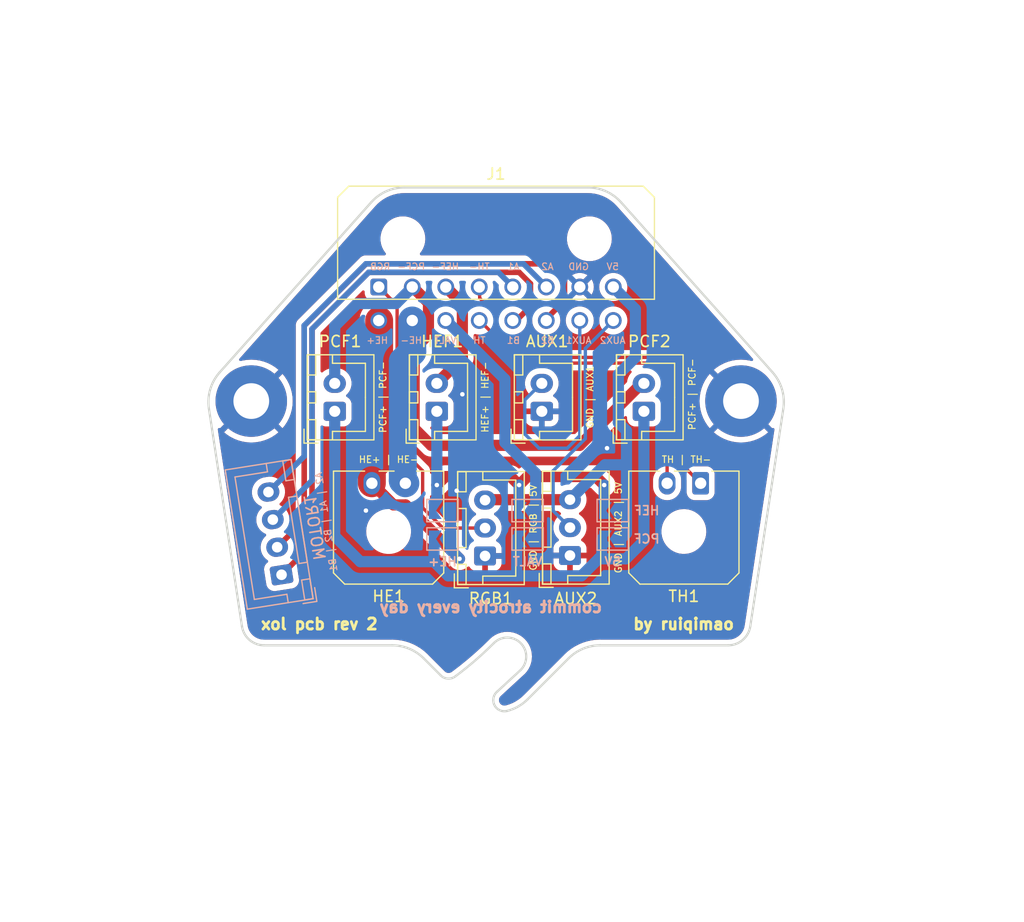
<source format=kicad_pcb>
(kicad_pcb (version 20211014) (generator pcbnew)
  (layers (0 "F.Cu" signal) (31 "B.Cu" signal) (34 "B.Paste" user) (35 "F.Paste" user) (36 "B.SilkS" user "B.Silkscreen") (37 "F.SilkS" user "F.Silkscreen") (38 "B.Mask" user) (39 "F.Mask" user) (44 "Edge.Cuts" user))
  (net 0 "")
  (net 1 "AUX1")
  (net 2 "A1")
  (net 3 "AUX2")
  (net 4 "A2")
  (net 5 "B1")
  (net 6 "RGB")
  (net 7 "B2")
  (net 8 "TH")
  (net 9 "HE+")
  (net 10 "HEF+")
  (net 11 "HE-")
  (net 12 "HEF-")
  (net 13 "5V")
  (net 14 "PCF+")
  (net 15 "PCF-")
  (net 16 "GND")
  (net 17 "TH-")
  (net 18 "VALT")
  (footprint "Connector_Molex:Molex_Micro-Fit_3.0_43650-0200_1x02_P3.00mm_Horizontal" (layer "F.Cu") (at 49.506 56.736 180)
    (fp_text reference "HE1" (at 1.5 -10.12) (layer "F.SilkS"))
    (fp_text value "HOTEND")
    (fp_line (start 5.435 -9.03) (end 6.435 -8.03) (layer "F.SilkS") (width 0.12))
    (fp_line (start 6.435 1.09) (end 3.651767 1.09) (layer "F.SilkS") (width 0.12))
    (fp_line (start -2.435 -9.03) (end 5.435 -9.03) (layer "F.SilkS") (width 0.12))
    (fp_line (start -3.435 -8.03) (end -2.435 -9.03) (layer "F.SilkS") (width 0.12))
    (fp_line (start -3.435 1.09) (end -1.01 1.09) (layer "F.SilkS") (width 0.12))
    (fp_line (start 6.435 -8.03) (end 6.435 1.09) (layer "F.SilkS") (width 0.12))
    (fp_line (start -3.435 1.09) (end -3.435 -8.03) (layer "F.SilkS") (width 0.12))
    (fp_line (start 1.01 1.09) (end 2.348233 1.09) (layer "F.SilkS") (width 0.12))
    (pad "" np_thru_hole circle (at 1.5 -4.32 180) (size 3 3) (drill 3) (layers *.Cu *.Mask))
    (pad "1" thru_hole roundrect (at 0 0 180) (size 1.5 2.02) (drill 1.02) (layers *.Cu *.Mask) (roundrect_rratio 0.1666673333) (net 11 "HE-"))
    (pad "2" thru_hole oval (at 3 0 180) (size 1.5 2.02) (drill 1.02) (layers *.Cu *.Mask) (net 9 "HE+"))
  )
  (footprint "Connector_JST:JST_XH_B2B-XH-A_1x02_P2.50mm_Vertical" (layer "F.Cu") (at 52.324 50.292 90)
    (fp_text reference "HEF1" (at 6.256 0.484 180) (layer "F.SilkS"))
    (fp_text value "HOTEND_FAN")
    (fp_line (start 4.3 -0.2) (end 4.3 2.75) (layer "F.SilkS") (width 0.12))
    (fp_line (start 5.05 -1.7) (end 5.05 -2.45) (layer "F.SilkS") (width 0.12))
    (fp_line (start 1.75 -2.45) (end 0.75 -2.45) (layer "F.SilkS") (width 0.12))
    (fp_line (start 5.06 3.51) (end 5.06 -2.46) (layer "F.SilkS") (width 0.12))
    (fp_line (start -2.56 -2.46) (end -2.56 3.51) (layer "F.SilkS") (width 0.12))
    (fp_line (start 3.25 -1.7) (end 5.05 -1.7) (layer "F.SilkS") (width 0.12))
    (fp_line (start -2.55 -2.45) (end -2.55 -1.7) (layer "F.SilkS") (width 0.12))
    (fp_line (start -1.6 -2.75) (end -2.85 -2.75) (layer "F.SilkS") (width 0.12))
    (fp_line (start 3.25 -2.45) (end 3.25 -1.7) (layer "F.SilkS") (width 0.12))
    (fp_line (start -1.8 2.75) (end 1.25 2.75) (layer "F.SilkS") (width 0.12))
    (fp_line (start 4.3 2.75) (end 1.25 2.75) (layer "F.SilkS") (width 0.12))
    (fp_line (start -0.75 -2.45) (end -2.55 -2.45) (layer "F.SilkS") (width 0.12))
    (fp_line (start 5.05 -0.2) (end 4.3 -0.2) (layer "F.SilkS") (width 0.12))
    (fp_line (start -2.55 -1.7) (end -0.75 -1.7) (layer "F.SilkS") (width 0.12))
    (fp_line (start -0.75 -1.7) (end -0.75 -2.45) (layer "F.SilkS") (width 0.12))
    (fp_line (start -2.85 -2.75) (end -2.85 -1.5) (layer "F.SilkS") (width 0.12))
    (fp_line (start -1.8 -0.2) (end -1.8 2.75) (layer "F.SilkS") (width 0.12))
    (fp_line (start -2.56 3.51) (end 5.06 3.51) (layer "F.SilkS") (width 0.12))
    (fp_line (start 5.06 -2.46) (end -2.56 -2.46) (layer "F.SilkS") (width 0.12))
    (fp_line (start 1.75 -1.7) (end 1.75 -2.45) (layer "F.SilkS") (width 0.12))
    (fp_line (start 0.75 -1.7) (end 1.75 -1.7) (layer "F.SilkS") (width 0.12))
    (fp_line (start -2.55 -0.2) (end -1.8 -0.2) (layer "F.SilkS") (width 0.12))
    (fp_line (start 5.05 -2.45) (end 3.25 -2.45) (layer "F.SilkS") (width 0.12))
    (fp_line (start 0.75 -2.45) (end 0.75 -1.7) (layer "F.SilkS") (width 0.12))
    (pad "1" thru_hole roundrect locked (at 0 0 90) (size 1.7 2) (drill 1) (layers *.Cu *.Mask) (roundrect_rratio 0.1470588235) (net 10 "HEF+"))
    (pad "2" thru_hole oval (at 2.5 0 90) (size 1.7 2) (drill 1) (layers *.Cu *.Mask) (net 12 "HEF-"))
  )
  (footprint "Connector_JST:JST_XH_B2B-XH-A_1x02_P2.50mm_Vertical" (layer "F.Cu") (at 43.18 50.292 90)
    (fp_text reference "PCF1" (at 6.256 0.484 180) (layer "F.SilkS"))
    (fp_text value "PART_FAN_1")
    (fp_line (start 5.06 -2.46) (end -2.56 -2.46) (layer "F.SilkS") (width 0.12))
    (fp_line (start -1.6 -2.75) (end -2.85 -2.75) (layer "F.SilkS") (width 0.12))
    (fp_line (start -1.8 -0.2) (end -1.8 2.75) (layer "F.SilkS") (width 0.12))
    (fp_line (start -0.75 -2.45) (end -2.55 -2.45) (layer "F.SilkS") (width 0.12))
    (fp_line (start 1.75 -2.45) (end 0.75 -2.45) (layer "F.SilkS") (width 0.12))
    (fp_line (start 5.05 -0.2) (end 4.3 -0.2) (layer "F.SilkS") (width 0.12))
    (fp_line (start 3.25 -2.45) (end 3.25 -1.7) (layer "F.SilkS") (width 0.12))
    (fp_line (start 4.3 2.75) (end 1.25 2.75) (layer "F.SilkS") (width 0.12))
    (fp_line (start 0.75 -1.7) (end 1.75 -1.7) (layer "F.SilkS") (width 0.12))
    (fp_line (start -2.85 -2.75) (end -2.85 -1.5) (layer "F.SilkS") (width 0.12))
    (fp_line (start -2.55 -0.2) (end -1.8 -0.2) (layer "F.SilkS") (width 0.12))
    (fp_line (start 5.05 -2.45) (end 3.25 -2.45) (layer "F.SilkS") (width 0.12))
    (fp_line (start 4.3 -0.2) (end 4.3 2.75) (layer "F.SilkS") (width 0.12))
    (fp_line (start 1.75 -1.7) (end 1.75 -2.45) (layer "F.SilkS") (width 0.12))
    (fp_line (start -2.56 -2.46) (end -2.56 3.51) (layer "F.SilkS") (width 0.12))
    (fp_line (start -1.8 2.75) (end 1.25 2.75) (layer "F.SilkS") (width 0.12))
    (fp_line (start -2.55 -1.7) (end -0.75 -1.7) (layer "F.SilkS") (width 0.12))
    (fp_line (start -2.55 -2.45) (end -2.55 -1.7) (layer "F.SilkS") (width 0.12))
    (fp_line (start -0.75 -1.7) (end -0.75 -2.45) (layer "F.SilkS") (width 0.12))
    (fp_line (start -2.56 3.51) (end 5.06 3.51) (layer "F.SilkS") (width 0.12))
    (fp_line (start 3.25 -1.7) (end 5.05 -1.7) (layer "F.SilkS") (width 0.12))
    (fp_line (start 5.05 -1.7) (end 5.05 -2.45) (layer "F.SilkS") (width 0.12))
    (fp_line (start 0.75 -2.45) (end 0.75 -1.7) (layer "F.SilkS") (width 0.12))
    (fp_line (start 5.06 3.51) (end 5.06 -2.46) (layer "F.SilkS") (width 0.12))
    (pad "1" thru_hole roundrect (at 0 0 90) (size 1.7 2) (drill 1) (layers *.Cu *.Mask) (roundrect_rratio 0.1470588235) (net 14 "PCF+"))
    (pad "2" thru_hole oval (at 2.5 0 90) (size 1.7 2) (drill 1) (layers *.Cu *.Mask) (net 15 "PCF-"))
  )
  (footprint "Connector_Molex:Molex_Micro-Fit_3.0_43045-1600_2x08_P3.00mm_Horizontal" (layer "F.Cu") (at 47.124 39.161)
    (fp_text reference "J1" (at 10.5 -10.12) (layer "F.SilkS"))
    (fp_text value "BIG_CONNECTOR")
    (fp_line (start -3.685 -8.03) (end -2.685 -9.03) (layer "F.SilkS") (width 0.12))
    (fp_line (start -3.685 1.1) (end -3.685 -8.03) (layer "F.SilkS") (width 0.12))
    (fp_line (start -2.685 -9.03) (end 23.685 -9.03) (layer "F.SilkS") (width 0.12))
    (fp_line (start 24.685 1.1) (end -3.685 1.1) (layer "F.SilkS") (width 0.12))
    (fp_line (start 23.685 -9.03) (end 24.685 -8.03) (layer "F.SilkS") (width 0.12))
    (fp_line (start 24.685 -8.03) (end 24.685 1.1) (layer "F.SilkS") (width 0.12))
    (pad "" np_thru_hole circle locked (at 18.86 -4.32) (size 3 3) (drill 3) (layers *.Cu *.Mask))
    (pad "" np_thru_hole circle locked (at 2.16 -4.32) (size 3 3) (drill 3) (layers *.Cu *.Mask))
    (pad "1" thru_hole roundrect locked (at 0 0) (size 1.5 1.5) (drill 1.02) (layers *.Cu *.Mask) (roundrect_rratio 0.1666673333) (net 6 "RGB"))
    (pad "2" thru_hole circle locked (at 3 0) (size 1.5 1.5) (drill 1.02) (layers *.Cu *.Mask) (net 15 "PCF-"))
    (pad "3" thru_hole circle locked (at 6 0) (size 1.5 1.5) (drill 1.02) (layers *.Cu *.Mask) (net 12 "HEF-"))
    (pad "4" thru_hole circle locked (at 9 0) (size 1.5 1.5) (drill 1.02) (layers *.Cu *.Mask) (net 17 "TH-"))
    (pad "5" thru_hole circle locked (at 12 0) (size 1.5 1.5) (drill 1.02) (layers *.Cu *.Mask) (net 2 "A1"))
    (pad "6" thru_hole circle locked (at 15 0) (size 1.5 1.5) (drill 1.02) (layers *.Cu *.Mask) (net 4 "A2"))
    (pad "7" thru_hole circle locked (at 18 0) (size 1.5 1.5) (drill 1.02) (layers *.Cu *.Mask) (net 16 "GND"))
    (pad "8" thru_hole circle locked (at 21 0) (size 1.5 1.5) (drill 1.02) (layers *.Cu *.Mask) (net 13 "5V"))
    (pad "9" thru_hole circle locked (at 0 3) (size 1.5 1.5) (drill 1.02) (layers *.Cu *.Mask) (net 9 "HE+"))
    (pad "10" thru_hole circle locked (at 3 3) (size 1.5 1.5) (drill 1.02) (layers *.Cu *.Mask) (net 11 "HE-"))
    (pad "11" thru_hole circle locked (at 6 3) (size 1.5 1.5) (drill 1.02) (layers *.Cu *.Mask) (net 18 "VALT"))
    (pad "12" thru_hole circle locked (at 9 3) (size 1.5 1.5) (drill 1.02) (layers *.Cu *.Mask) (net 8 "TH"))
    (pad "13" thru_hole circle locked (at 12 3) (size 1.5 1.5) (drill 1.02) (layers *.Cu *.Mask) (net 5 "B1"))
    (pad "14" thru_hole circle locked (at 15 3) (size 1.5 1.5) (drill 1.02) (layers *.Cu *.Mask) (net 7 "B2"))
    (pad "15" thru_hole circle locked (at 18 3) (size 1.5 1.5) (drill 1.02) (layers *.Cu *.Mask) (net 1 "AUX1"))
    (pad "16" thru_hole circle locked (at 21 3) (size 1.5 1.5) (drill 1.02) (layers *.Cu *.Mask) (net 3 "AUX2"))
  )
  (footprint "Connector_Molex:Molex_Micro-Fit_3.0_43650-0200_1x02_P3.00mm_Horizontal" (layer "F.Cu") (at 75.946 56.736 180)
    (fp_text reference "TH1" (at 1.5 -10.12) (layer "F.SilkS"))
    (fp_text value "THERMISTOR")
    (fp_line (start -3.435 1.09) (end -3.435 -8.03) (layer "F.SilkS") (width 0.12))
    (fp_line (start 5.435 -9.03) (end 6.435 -8.03) (layer "F.SilkS") (width 0.12))
    (fp_line (start -2.435 -9.03) (end 5.435 -9.03) (layer "F.SilkS") (width 0.12))
    (fp_line (start -3.435 -8.03) (end -2.435 -9.03) (layer "F.SilkS") (width 0.12))
    (fp_line (start 6.435 -8.03) (end 6.435 1.09) (layer "F.SilkS") (width 0.12))
    (fp_line (start -3.435 1.09) (end -1.01 1.09) (layer "F.SilkS") (width 0.12))
    (fp_line (start 1.01 1.09) (end 2.348233 1.09) (layer "F.SilkS") (width 0.12))
    (fp_line (start 6.435 1.09) (end 3.651767 1.09) (layer "F.SilkS") (width 0.12))
    (pad "" np_thru_hole circle (at 1.5 -4.32 180) (size 3 3) (drill 3) (layers *.Cu *.Mask))
    (pad "1" thru_hole roundrect (at 0 0 180) (size 1.5 2.02) (drill 1.02) (layers *.Cu *.Mask) (roundrect_rratio 0.1666673333) (net 17 "TH-"))
    (pad "2" thru_hole oval (at 3 0 180) (size 1.5 2.02) (drill 1.02) (layers *.Cu *.Mask) (net 8 "TH"))
  )
  (footprint "MountingHole:MountingHole_3.2mm_M3_Pad" (layer "F.Cu") (at 79.559001 49.376179)
    (fp_text reference "H1" hide)
    (fp_text value "MountingHole_Pad")
    (pad "1" thru_hole circle (at 0 0) (size 6.4 6.4) (drill 3.2) (layers *.Cu *.Mask) (net 16 "GND"))
  )
  (footprint "MountingHole:MountingHole_3.2mm_M3_Pad" (layer "F.Cu") (at 35.709001 49.376179)
    (fp_text reference "H2" hide)
    (fp_text value "MountingHole_Pad")
    (pad "1" thru_hole circle (at 0 0) (size 6.4 6.4) (drill 3.2) (layers *.Cu *.Mask) (net 16 "GND"))
  )
  (footprint "Connector_JST:JST_XH_B3B-XH-A_1x03_P2.50mm_Vertical" (layer "F.Cu") (at 64.245 63.206 90)
    (fp_text reference "AUX2" (at -3.85 0.525 180) (layer "F.SilkS"))
    (fp_text value "AUX_2")
    (fp_line (start 4.25 -1.7) (end 4.25 -2.45) (layer "F.SilkS") (width 0.12))
    (fp_line (start -0.75 -1.7) (end -0.75 -2.45) (layer "F.SilkS") (width 0.12))
    (fp_line (start 5.75 -1.7) (end 7.55 -1.7) (layer "F.SilkS") (width 0.12))
    (fp_line (start -2.55 -1.7) (end -0.75 -1.7) (layer "F.SilkS") (width 0.12))
    (fp_line (start 0.75 -2.45) (end 0.75 -1.7) (layer "F.SilkS") (width 0.12))
    (fp_line (start 6.8 2.75) (end 2.5 2.75) (layer "F.SilkS") (width 0.12))
    (fp_line (start -2.85 -2.75) (end -2.85 -1.5) (layer "F.SilkS") (width 0.12))
    (fp_line (start 0.75 -1.7) (end 4.25 -1.7) (layer "F.SilkS") (width 0.12))
    (fp_line (start 6.8 -0.2) (end 6.8 2.75) (layer "F.SilkS") (width 0.12))
    (fp_line (start -2.55 -0.2) (end -1.8 -0.2) (layer "F.SilkS") (width 0.12))
    (fp_line (start -2.56 -2.46) (end -2.56 3.51) (layer "F.SilkS") (width 0.12))
    (fp_line (start 5.75 -2.45) (end 5.75 -1.7) (layer "F.SilkS") (width 0.12))
    (fp_line (start -2.56 3.51) (end 7.56 3.51) (layer "F.SilkS") (width 0.12))
    (fp_line (start -2.55 -2.45) (end -2.55 -1.7) (layer "F.SilkS") (width 0.12))
    (fp_line (start 7.55 -2.45) (end 5.75 -2.45) (layer "F.SilkS") (width 0.12))
    (fp_line (start -1.8 -0.2) (end -1.8 2.75) (layer "F.SilkS") (width 0.12))
    (fp_line (start 7.56 -2.46) (end -2.56 -2.46) (layer "F.SilkS") (width 0.12))
    (fp_line (start 7.56 3.51) (end 7.56 -2.46) (layer "F.SilkS") (width 0.12))
    (fp_line (start 4.25 -2.45) (end 0.75 -2.45) (layer "F.SilkS") (width 0.12))
    (fp_line (start 7.55 -1.7) (end 7.55 -2.45) (layer "F.SilkS") (width 0.12))
    (fp_line (start 7.55 -0.2) (end 6.8 -0.2) (layer "F.SilkS") (width 0.12))
    (fp_line (start -1.8 2.75) (end 2.5 2.75) (layer "F.SilkS") (width 0.12))
    (fp_line (start -0.75 -2.45) (end -2.55 -2.45) (layer "F.SilkS") (width 0.12))
    (fp_line (start -1.6 -2.75) (end -2.85 -2.75) (layer "F.SilkS") (width 0.12))
    (pad "1" thru_hole roundrect locked (at 0 0 90) (size 1.7 1.95) (drill 0.95) (layers *.Cu *.Mask) (roundrect_rratio 0.1470588235) (net 16 "GND"))
    (pad "2" thru_hole oval locked (at 2.5 0 90) (size 1.7 1.95) (drill 0.95) (layers *.Cu *.Mask) (net 3 "AUX2"))
    (pad "3" thru_hole oval locked (at 5 0 90) (size 1.7 1.95) (drill 0.95) (layers *.Cu *.Mask) (net 13 "5V"))
  )
  (footprint "Connector_JST:JST_XH_B3B-XH-A_1x03_P2.50mm_Vertical" (layer "F.Cu") (at 56.642 63.246 90)
    (fp_text reference "RGB1" (at -3.81 0.525) (layer "F.SilkS"))
    (fp_text value "NEOPIXEL")
    (fp_line (start 4.25 -1.7) (end 4.25 -2.45) (layer "F.SilkS") (width 0.12))
    (fp_line (start 7.56 -2.46) (end -2.56 -2.46) (layer "F.SilkS") (width 0.12))
    (fp_line (start -2.85 -2.75) (end -2.85 -1.5) (layer "F.SilkS") (width 0.12))
    (fp_line (start -1.8 2.75) (end 2.5 2.75) (layer "F.SilkS") (width 0.12))
    (fp_line (start 7.56 3.51) (end 7.56 -2.46) (layer "F.SilkS") (width 0.12))
    (fp_line (start 0.75 -1.7) (end 4.25 -1.7) (layer "F.SilkS") (width 0.12))
    (fp_line (start -2.56 3.51) (end 7.56 3.51) (layer "F.SilkS") (width 0.12))
    (fp_line (start 5.75 -2.45) (end 5.75 -1.7) (layer "F.SilkS") (width 0.12))
    (fp_line (start 7.55 -1.7) (end 7.55 -2.45) (layer "F.SilkS") (width 0.12))
    (fp_line (start 0.75 -2.45) (end 0.75 -1.7) (layer "F.SilkS") (width 0.12))
    (fp_line (start -2.55 -0.2) (end -1.8 -0.2) (layer "F.SilkS") (width 0.12))
    (fp_line (start -0.75 -1.7) (end -0.75 -2.45) (layer "F.SilkS") (width 0.12))
    (fp_line (start 5.75 -1.7) (end 7.55 -1.7) (layer "F.SilkS") (width 0.12))
    (fp_line (start 7.55 -2.45) (end 5.75 -2.45) (layer "F.SilkS") (width 0.12))
    (fp_line (start 6.8 -0.2) (end 6.8 2.75) (layer "F.SilkS") (width 0.12))
    (fp_line (start -2.56 -2.46) (end -2.56 3.51) (layer "F.SilkS") (width 0.12))
    (fp_line (start -1.6 -2.75) (end -2.85 -2.75) (layer "F.SilkS") (width 0.12))
    (fp_line (start 6.8 2.75) (end 2.5 2.75) (layer "F.SilkS") (width 0.12))
    (fp_line (start 4.25 -2.45) (end 0.75 -2.45) (layer "F.SilkS") (width 0.12))
    (fp_line (start 7.55 -0.2) (end 6.8 -0.2) (layer "F.SilkS") (width 0.12))
    (fp_line (start -0.75 -2.45) (end -2.55 -2.45) (layer "F.SilkS") (width 0.12))
    (fp_line (start -2.55 -1.7) (end -0.75 -1.7) (layer "F.SilkS") (width 0.12))
    (fp_line (start -1.8 -0.2) (end -1.8 2.75) (layer "F.SilkS") (width 0.12))
    (fp_line (start -2.55 -2.45) (end -2.55 -1.7) (layer "F.SilkS") (width 0.12))
    (pad "1" thru_hole roundrect (at 0 0 90) (size 1.7 1.95) (drill 0.95) (layers *.Cu *.Mask) (roundrect_rratio 0.1470588235) (net 16 "GND"))
    (pad "2" thru_hole oval (at 2.5 0 90) (size 1.7 1.95) (drill 0.95) (layers *.Cu *.Mask) (net 6 "RGB"))
    (pad "3" thru_hole oval (at 5 0 90) (size 1.7 1.95) (drill 0.95) (layers *.Cu *.Mask) (net 13 "5V"))
  )
  (footprint "Connector_JST:JST_XH_B2B-XH-A_1x02_P2.50mm_Vertical" (layer "F.Cu") (at 70.866 50.292 90)
    (fp_text reference "PCF2" (at 6.256 0.484 180) (layer "F.SilkS"))
    (fp_text value "PART_FAN_2")
    (fp_line (start 1.75 -1.7) (end 1.75 -2.45) (layer "F.SilkS") (width 0.12))
    (fp_line (start -0.75 -2.45) (end -2.55 -2.45) (layer "F.SilkS") (width 0.12))
    (fp_line (start 4.3 2.75) (end 1.25 2.75) (layer "F.SilkS") (width 0.12))
    (fp_line (start 5.06 3.51) (end 5.06 -2.46) (layer "F.SilkS") (width 0.12))
    (fp_line (start -2.55 -0.2) (end -1.8 -0.2) (layer "F.SilkS") (width 0.12))
    (fp_line (start -2.85 -2.75) (end -2.85 -1.5) (layer "F.SilkS") (width 0.12))
    (fp_line (start -1.8 -0.2) (end -1.8 2.75) (layer "F.SilkS") (width 0.12))
    (fp_line (start -2.56 -2.46) (end -2.56 3.51) (layer "F.SilkS") (width 0.12))
    (fp_line (start 0.75 -2.45) (end 0.75 -1.7) (layer "F.SilkS") (width 0.12))
    (fp_line (start 5.06 -2.46) (end -2.56 -2.46) (layer "F.SilkS") (width 0.12))
    (fp_line (start 4.3 -0.2) (end 4.3 2.75) (layer "F.SilkS") (width 0.12))
    (fp_line (start 3.25 -2.45) (end 3.25 -1.7) (layer "F.SilkS") (width 0.12))
    (fp_line (start 5.05 -0.2) (end 4.3 -0.2) (layer "F.SilkS") (width 0.12))
    (fp_line (start -2.56 3.51) (end 5.06 3.51) (layer "F.SilkS") (width 0.12))
    (fp_line (start -1.6 -2.75) (end -2.85 -2.75) (layer "F.SilkS") (width 0.12))
    (fp_line (start -2.55 -2.45) (end -2.55 -1.7) (layer "F.SilkS") (width 0.12))
    (fp_line (start 5.05 -2.45) (end 3.25 -2.45) (layer "F.SilkS") (width 0.12))
    (fp_line (start -1.8 2.75) (end 1.25 2.75) (layer "F.SilkS") (width 0.12))
    (fp_line (start -2.55 -1.7) (end -0.75 -1.7) (layer "F.SilkS") (width 0.12))
    (fp_line (start 5.05 -1.7) (end 5.05 -2.45) (layer "F.SilkS") (width 0.12))
    (fp_line (start 0.75 -1.7) (end 1.75 -1.7) (layer "F.SilkS") (width 0.12))
    (fp_line (start 1.75 -2.45) (end 0.75 -2.45) (layer "F.SilkS") (width 0.12))
    (fp_line (start -0.75 -1.7) (end -0.75 -2.45) (layer "F.SilkS") (width 0.12))
    (fp_line (start 3.25 -1.7) (end 5.05 -1.7) (layer "F.SilkS") (width 0.12))
    (pad "1" thru_hole roundrect (at 0 0 90) (size 1.7 2) (drill 1) (layers *.Cu *.Mask) (roundrect_rratio 0.1470588235) (net 14 "PCF+"))
    (pad "2" thru_hole oval (at 2.5 0 90) (size 1.7 2) (drill 1) (layers *.Cu *.Mask) (net 15 "PCF-"))
  )
  (footprint "Connector_JST:JST_XH_B2B-XH-A_1x02_P2.50mm_Vertical" (layer "F.Cu") (at 61.722 50.292 90)
    (fp_text reference "AUX1" (at 6.256 0.484 180) (layer "F.SilkS"))
    (fp_text value "AUX_1")
    (fp_line (start -2.55 -1.7) (end -0.75 -1.7) (layer "F.SilkS") (width 0.12))
    (fp_line (start -1.8 2.75) (end 1.25 2.75) (layer "F.SilkS") (width 0.12))
    (fp_line (start -2.85 -2.75) (end -2.85 -1.5) (layer "F.SilkS") (width 0.12))
    (fp_line (start 1.75 -1.7) (end 1.75 -2.45) (layer "F.SilkS") (width 0.12))
    (fp_line (start -0.75 -2.45) (end -2.55 -2.45) (layer "F.SilkS") (width 0.12))
    (fp_line (start 4.3 2.75) (end 1.25 2.75) (layer "F.SilkS") (width 0.12))
    (fp_line (start 5.05 -1.7) (end 5.05 -2.45) (layer "F.SilkS") (width 0.12))
    (fp_line (start 5.06 3.51) (end 5.06 -2.46) (layer "F.SilkS") (width 0.12))
    (fp_line (start 5.05 -2.45) (end 3.25 -2.45) (layer "F.SilkS") (width 0.12))
    (fp_line (start -2.55 -2.45) (end -2.55 -1.7) (layer "F.SilkS") (width 0.12))
    (fp_line (start 4.3 -0.2) (end 4.3 2.75) (layer "F.SilkS") (width 0.12))
    (fp_line (start 0.75 -2.45) (end 0.75 -1.7) (layer "F.SilkS") (width 0.12))
    (fp_line (start -1.8 -0.2) (end -1.8 2.75) (layer "F.SilkS") (width 0.12))
    (fp_line (start 0.75 -1.7) (end 1.75 -1.7) (layer "F.SilkS") (width 0.12))
    (fp_line (start -0.75 -1.7) (end -0.75 -2.45) (layer "F.SilkS") (width 0.12))
    (fp_line (start 5.05 -0.2) (end 4.3 -0.2) (layer "F.SilkS") (width 0.12))
    (fp_line (start 1.75 -2.45) (end 0.75 -2.45) (layer "F.SilkS") (width 0.12))
    (fp_line (start 3.25 -1.7) (end 5.05 -1.7) (layer "F.SilkS") (width 0.12))
    (fp_line (start -2.56 3.51) (end 5.06 3.51) (layer "F.SilkS") (width 0.12))
    (fp_line (start -2.56 -2.46) (end -2.56 3.51) (layer "F.SilkS") (width 0.12))
    (fp_line (start -1.6 -2.75) (end -2.85 -2.75) (layer "F.SilkS") (width 0.12))
    (fp_line (start -2.55 -0.2) (end -1.8 -0.2) (layer "F.SilkS") (width 0.12))
    (fp_line (start 5.06 -2.46) (end -2.56 -2.46) (layer "F.SilkS") (width 0.12))
    (fp_line (start 3.25 -2.45) (end 3.25 -1.7) (layer "F.SilkS") (width 0.12))
    (pad "1" thru_hole roundrect (at 0 0 90) (size 1.7 2) (drill 1) (layers *.Cu *.Mask) (roundrect_rratio 0.1470588235) (net 16 "GND"))
    (pad "2" thru_hole oval (at 2.5 0 90) (size 1.7 2) (drill 1) (layers *.Cu *.Mask) (net 1 "AUX1"))
  )
  (footprint "Jumper:SolderJumper-2_P1.3mm_Open_TrianglePad1.0x1.5mm" (layer "B.Cu") (at 68.072 61.722 180)
    (fp_text reference "JP4" hide)
    (fp_text value "PCF_5V")
    (fp_line (start 1.4 1) (end 1.4 -1) (layer "B.SilkS") (width 0.12))
    (fp_line (start -1.4 1) (end 1.4 1) (layer "B.SilkS") (width 0.12))
    (fp_line (start 1.4 -1) (end -1.4 -1) (layer "B.SilkS") (width 0.12))
    (fp_line (start -1.4 -1) (end -1.4 1) (layer "B.SilkS") (width 0.12))
    (pad "1" smd custom (at -0.725 0 180) (size 0.3 0.3) (layers "B.Cu" "B.Mask") (net 13 "5V") (options (clearance outline) (anchor rect)) (primitives (gr_poly (pts (xy 1 0) (xy 0.5 -0.75) (xy -0.5 -0.75) (xy -0.5 0.75) (xy 0.5 0.75)) (width 0) (fill yes))))
    (pad "2" smd custom (at 0.725 0 180) (size 0.3 0.3) (layers "B.Cu" "B.Mask") (net 14 "PCF+") (options (clearance outline) (anchor rect)) (primitives (gr_poly (pts (xy 0.5 -0.75) (xy -0.65 -0.75) (xy -0.15 0) (xy -0.65 0.75) (xy 0.5 0.75)) (width 0) (fill yes))))
  )
  (footprint "Connector_JST:JST_XH_B4B-XH-A_1x04_P2.50mm_Vertical" (layer "B.Cu") (at 38.419166 64.929703 99)
    (fp_text reference "MOTOR1" (at 3.75 3.55 279) (layer "B.SilkS") (effects (justify mirror)))
    (fp_text value "MOTOR")
    (fp_line (start 0.75 2.45) (end 0.75 1.7) (layer "B.SilkS") (width 0.12))
    (fp_line (start 10.05 1.7) (end 10.05 2.45) (layer "B.SilkS") (width 0.12))
    (fp_line (start -0.75 1.7) (end -0.75 2.45) (layer "B.SilkS") (width 0.12))
    (fp_line (start 0.75 1.7) (end 6.75 1.7) (layer "B.SilkS") (width 0.12))
    (fp_line (start -1.8 0.2) (end -1.8 -2.75) (layer "B.SilkS") (width 0.12))
    (fp_line (start 6.75 2.45) (end 0.75 2.45) (layer "B.SilkS") (width 0.12))
    (fp_line (start -2.56 2.46) (end -2.56 -3.51) (layer "B.SilkS") (width 0.12))
    (fp_line (start 9.3 0.2) (end 9.3 -2.75) (layer "B.SilkS") (width 0.12))
    (fp_line (start 8.25 2.45) (end 8.25 1.7) (layer "B.SilkS") (width 0.12))
    (fp_line (start -1.8 -2.75) (end 3.75 -2.75) (layer "B.SilkS") (width 0.12))
    (fp_line (start 6.75 1.7) (end 6.75 2.45) (layer "B.SilkS") (width 0.12))
    (fp_line (start 10.06 2.46) (end -2.56 2.46) (layer "B.SilkS") (width 0.12))
    (fp_line (start -2.55 1.7) (end -0.75 1.7) (layer "B.SilkS") (width 0.12))
    (fp_line (start 10.05 0.2) (end 9.3 0.2) (layer "B.SilkS") (width 0.12))
    (fp_line (start -2.55 2.45) (end -2.55 1.7) (layer "B.SilkS") (width 0.12))
    (fp_line (start -2.55 0.2) (end -1.8 0.2) (layer "B.SilkS") (width 0.12))
    (fp_line (start -2.56 -3.51) (end 10.06 -3.51) (layer "B.SilkS") (width 0.12))
    (fp_line (start 9.3 -2.75) (end 3.75 -2.75) (layer "B.SilkS") (width 0.12))
    (fp_line (start 8.25 1.7) (end 10.05 1.7) (layer "B.SilkS") (width 0.12))
    (fp_line (start -1.6 2.75) (end -2.85 2.75) (layer "B.SilkS") (width 0.12))
    (fp_line (start 10.05 2.45) (end 8.25 2.45) (layer "B.SilkS") (width 0.12))
    (fp_line (start -2.85 2.75) (end -2.85 1.5) (layer "B.SilkS") (width 0.12))
    (fp_line (start 10.06 -3.51) (end 10.06 2.46) (layer "B.SilkS") (width 0.12))
    (fp_line (start -0.75 2.45) (end -2.55 2.45) (layer "B.SilkS") (width 0.12))
    (pad "1" thru_hole roundrect (at 0 0 99) (size 1.7 1.95) (drill 0.95) (layers *.Cu *.Mask) (roundrect_rratio 0.1470588235) (net 5 "B1"))
    (pad "2" thru_hole oval (at 2.5 0 99) (size 1.7 1.95) (drill 0.95) (layers *.Cu *.Mask) (net 7 "B2"))
    (pad "3" thru_hole oval (at 5 0 99) (size 1.7 1.95) (drill 0.95) (layers *.Cu *.Mask) (net 2 "A1"))
    (pad "4" thru_hole oval (at 7.5 0 99) (size 1.7 1.95) (drill 0.95) (layers *.Cu *.Mask) (net 4 "A2"))
  )
  (footprint "Jumper:SolderJumper-2_P1.3mm_Open_TrianglePad1.0x1.5mm" (layer "B.Cu") (at 68.072 59.182 180)
    (fp_text reference "JP1" hide)
    (fp_text value "HEF_5V")
    (fp_line (start 1.4 -1) (end -1.4 -1) (layer "B.SilkS") (width 0.12))
    (fp_line (start -1.4 1) (end 1.4 1) (layer "B.SilkS") (width 0.12))
    (fp_line (start -1.4 -1) (end -1.4 1) (layer "B.SilkS") (width 0.12))
    (fp_line (start 1.4 1) (end 1.4 -1) (layer "B.SilkS") (width 0.12))
    (pad "1" smd custom (at -0.725 0 180) (size 0.3 0.3) (layers "B.Cu" "B.Mask") (net 13 "5V") (options (clearance outline) (anchor rect)) (primitives (gr_poly (pts (xy 1 0) (xy 0.5 -0.75) (xy -0.5 -0.75) (xy -0.5 0.75) (xy 0.5 0.75)) (width 0) (fill yes))))
    (pad "2" smd custom (at 0.725 0 180) (size 0.3 0.3) (layers "B.Cu" "B.Mask") (net 10 "HEF+") (options (clearance outline) (anchor rect)) (primitives (gr_poly (pts (xy 0.5 -0.75) (xy -0.65 -0.75) (xy -0.15 0) (xy -0.65 0.75) (xy 0.5 0.75)) (width 0) (fill yes))))
  )
  (footprint "Jumper:SolderJumper-2_P1.3mm_Open_TrianglePad1.0x1.5mm" (layer "B.Cu") (at 52.832 59.182 180)
    (fp_text reference "JP3" hide)
    (fp_text value "HEF_HE+")
    (fp_line (start 1.4 -1) (end -1.4 -1) (layer "B.SilkS") (width 0.12))
    (fp_line (start -1.4 -1) (end -1.4 1) (layer "B.SilkS") (width 0.12))
    (fp_line (start 1.4 1) (end 1.4 -1) (layer "B.SilkS") (width 0.12))
    (fp_line (start -1.4 1) (end 1.4 1) (layer "B.SilkS") (width 0.12))
    (pad "1" smd custom (at -0.725 0 180) (size 0.3 0.3) (layers "B.Cu" "B.Mask") (net 9 "HE+") (options (clearance outline) (anchor rect)) (primitives (gr_poly (pts (xy 1 0) (xy 0.5 -0.75) (xy -0.5 -0.75) (xy -0.5 0.75) (xy 0.5 0.75)) (width 0) (fill yes))))
    (pad "2" smd custom (at 0.725 0 180) (size 0.3 0.3) (layers "B.Cu" "B.Mask") (net 10 "HEF+") (options (clearance outline) (anchor rect)) (primitives (gr_poly (pts (xy 0.5 -0.75) (xy -0.65 -0.75) (xy -0.15 0) (xy -0.65 0.75) (xy 0.5 0.75)) (width 0) (fill yes))))
  )
  (footprint "Jumper:SolderJumper-2_P1.3mm_Open_TrianglePad1.0x1.5mm" (layer "B.Cu") (at 60.452 61.722 180)
    (fp_text reference "JP5" hide)
    (fp_text value "PCF_VALT")
    (fp_line (start -1.4 -1) (end -1.4 1) (layer "B.SilkS") (width 0.12))
    (fp_line (start 1.4 -1) (end -1.4 -1) (layer "B.SilkS") (width 0.12))
    (fp_line (start 1.4 1) (end 1.4 -1) (layer "B.SilkS") (width 0.12))
    (fp_line (start -1.4 1) (end 1.4 1) (layer "B.SilkS") (width 0.12))
    (pad "1" smd custom (at -0.725 0 180) (size 0.3 0.3) (layers "B.Cu" "B.Mask") (net 18 "VALT") (options (clearance outline) (anchor rect)) (primitives (gr_poly (pts (xy 1 0) (xy 0.5 -0.75) (xy -0.5 -0.75) (xy -0.5 0.75) (xy 0.5 0.75)) (width 0) (fill yes))))
    (pad "2" smd custom (at 0.725 0 180) (size 0.3 0.3) (layers "B.Cu" "B.Mask") (net 14 "PCF+") (options (clearance outline) (anchor rect)) (primitives (gr_poly (pts (xy 0.5 -0.75) (xy -0.65 -0.75) (xy -0.15 0) (xy -0.65 0.75) (xy 0.5 0.75)) (width 0) (fill yes))))
  )
  (footprint "Jumper:SolderJumper-2_P1.3mm_Open_TrianglePad1.0x1.5mm" (layer "B.Cu") (at 52.832 61.722 180)
    (fp_text reference "JP6" hide)
    (fp_text value "PCF_HE+")
    (fp_line (start 1.4 1) (end 1.4 -1) (layer "B.SilkS") (width 0.12))
    (fp_line (start -1.4 -1) (end -1.4 1) (layer "B.SilkS") (width 0.12))
    (fp_line (start -1.4 1) (end 1.4 1) (layer "B.SilkS") (width 0.12))
    (fp_line (start 1.4 -1) (end -1.4 -1) (layer "B.SilkS") (width 0.12))
    (pad "1" smd custom (at -0.725 0 180) (size 0.3 0.3) (layers "B.Cu" "B.Mask") (net 9 "HE+") (options (clearance outline) (anchor rect)) (primitives (gr_poly (pts (xy 1 0) (xy 0.5 -0.75) (xy -0.5 -0.75) (xy -0.5 0.75) (xy 0.5 0.75)) (width 0) (fill yes))))
    (pad "2" smd custom (at 0.725 0 180) (size 0.3 0.3) (layers "B.Cu" "B.Mask") (net 14 "PCF+") (options (clearance outline) (anchor rect)) (primitives (gr_poly (pts (xy 0.5 -0.75) (xy -0.65 -0.75) (xy -0.15 0) (xy -0.65 0.75) (xy 0.5 0.75)) (width 0) (fill yes))))
  )
  (footprint "Jumper:SolderJumper-2_P1.3mm_Open_TrianglePad1.0x1.5mm" (layer "B.Cu") (at 60.452 59.182 180)
    (fp_text reference "JP2" hide)
    (fp_text value "HEF_VALT")
    (fp_line (start -1.4 -1) (end -1.4 1) (layer "B.SilkS") (width 0.12))
    (fp_line (start 1.4 1) (end 1.4 -1) (layer "B.SilkS") (width 0.12))
    (fp_line (start 1.4 -1) (end -1.4 -1) (layer "B.SilkS") (width 0.12))
    (fp_line (start -1.4 1) (end 1.4 1) (layer "B.SilkS") (width 0.12))
    (pad "1" smd custom (at -0.725 0 180) (size 0.3 0.3) (layers "B.Cu" "B.Mask") (net 18 "VALT") (options (clearance outline) (anchor rect)) (primitives (gr_poly (pts (xy 1 0) (xy 0.5 -0.75) (xy -0.5 -0.75) (xy -0.5 0.75) (xy 0.5 0.75)) (width 0) (fill yes))))
    (pad "2" smd custom (at 0.725 0 180) (size 0.3 0.3) (layers "B.Cu" "B.Mask") (net 10 "HEF+") (options (clearance outline) (anchor rect)) (primitives (gr_poly (pts (xy 0.5 -0.75) (xy -0.65 -0.75) (xy -0.15 0) (xy -0.65 0.75) (xy 0.5 0.75)) (width 0) (fill yes))))
  )
  (gr_arc (start 65.840627 30.245996) (mid 67.477058 30.59605) (end 68.827066 31.584947) (layer "Edge.Cuts") (width 0.2))
  (gr_arc (start 57.42912 71.048348) (mid 55.755309 72.605299) (end 53.970225 74.033311) (layer "Edge.Cuts") (width 0.2))
  (gr_arc (start 58.624904 77.121317) (mid 57.488535 76.611085) (end 57.731048 75.389259) (layer "Edge.Cuts") (width 0.2))
  (gr_arc (start 46.440937 31.584947) (mid 47.790946 30.596051) (end 49.427376 30.245996) (layer "Edge.Cuts") (width 0.2))
  (gr_line (start 82.38354 46.79909) (end 68.827066 31.584947) (layer "Edge.Cuts") (width 0.2))
  (gr_line (start 80.392158 69.546324) (end 83.351745 50.060796) (layer "Edge.Cuts") (width 0.2))
  (gr_line (start 59.835941 73.44985) (end 57.731048 75.389259) (layer "Edge.Cuts") (width 0.2))
  (gr_line (start 36.853167 71.245996) (end 48.320293 71.245996) (layer "Edge.Cuts") (width 0.2))
  (gr_line (start 31.916258 50.060796) (end 34.875844 69.546324) (layer "Edge.Cuts") (width 0.2))
  (gr_arc (start 64.119283 72.417569) (mid 65.416977 71.550479) (end 66.94771 71.245996) (layer "Edge.Cuts") (width 0.2))
  (gr_line (start 65.840627 30.245996) (end 49.427376 30.245996) (layer "Edge.Cuts") (width 0.2))
  (gr_line (start 60.462428 76.074423) (end 64.119283 72.417569) (layer "Edge.Cuts") (width 0.2))
  (gr_line (start 46.440937 31.584947) (end 32.884463 46.79909) (layer "Edge.Cuts") (width 0.2))
  (gr_arc (start 57.42912 71.048348) (mid 59.833282 71.045688) (end 59.835941 73.44985) (layer "Edge.Cuts") (width 0.2))
  (gr_arc (start 60.462428 76.074423) (mid 59.614106 76.721507) (end 58.624904 77.121317) (layer "Edge.Cuts") (width 0.2))
  (gr_arc (start 53.970225 74.033311) (mid 53.301167 74.226968) (end 52.667961 73.936809) (layer "Edge.Cuts") (width 0.2))
  (gr_arc (start 80.392158 69.546324) (mid 79.71856 70.762697) (end 78.414836 71.245996) (layer "Edge.Cuts") (width 0.2))
  (gr_arc (start 31.916258 50.060796) (mid 32.036278 48.321869) (end 32.884463 46.79909) (layer "Edge.Cuts") (width 0.2))
  (gr_arc (start 48.320293 71.245996) (mid 49.851027 71.550478) (end 51.14872 72.417569) (layer "Edge.Cuts") (width 0.2))
  (gr_arc (start 36.853167 71.245996) (mid 35.549452 70.762679) (end 34.875844 69.546324) (layer "Edge.Cuts") (width 0.2))
  (gr_arc (start 82.38354 46.79909) (mid 83.23173 48.321868) (end 83.351745 50.060796) (layer "Edge.Cuts") (width 0.2))
  (gr_line (start 51.14872 72.417569) (end 52.667961 73.936809) (layer "Edge.Cuts") (width 0.2))
  (gr_line (start 66.94771 71.245996) (end 78.414836 71.245996) (layer "Edge.Cuts") (width 0.2))
  (gr_text "A2 | A1 | B2 | B1" (at 42.418 60.198 99) (layer "B.SilkS") (effects (font (size 0.6 0.6) (thickness 0.1)) (justify mirror)))
  (gr_text "VALT" (at 53.086 43.942) (layer "B.SilkS") (effects (font (size 0.6 0.6) (thickness 0.1)) (justify mirror)))
  (gr_text "TH-" (at 56.134 37.338) (layer "B.SilkS") (effects (font (size 0.6 0.6) (thickness 0.1)) (justify mirror)))
  (gr_text "GND" (at 65.024 37.338) (layer "B.SilkS") (effects (font (size 0.6 0.6) (thickness 0.1)) (justify mirror)))
  (gr_text "RGB" (at 47.244 37.338) (layer "B.SilkS") (effects (font (size 0.6 0.6) (thickness 0.1)) (justify mirror)))
  (gr_text "PCF-" (at 50.038 37.338) (layer "B.SilkS") (effects (font (size 0.6 0.6) (thickness 0.1)) (justify mirror)))
  (gr_text "5V" (at 68.072 63.754) (layer "B.SilkS") (effects (font (size 0.8 0.8)) (justify mirror)))
  (gr_text "AUX1" (at 65.024 43.942) (layer "B.SilkS") (effects (font (size 0.6 0.6) (thickness 0.1)) (justify mirror)))
  (gr_text "HE-" (at 50.038 43.942) (layer "B.SilkS") (effects (font (size 0.6 0.6) (thickness 0.1)) (justify mirror)))
  (gr_text "B2" (at 62.23 43.942) (layer "B.SilkS") (effects (font (size 0.6 0.6) (thickness 0.1)) (justify mirror)))
  (gr_text "TH" (at 56.134 43.942) (layer "B.SilkS") (effects (font (size 0.6 0.6) (thickness 0.1)) (justify mirror)))
  (gr_text "HE+" (at 52.832 63.754) (layer "B.SilkS") (effects (font (size 0.8 0.8)) (justify mirror)))
  (gr_text "A1" (at 59.182 37.338) (layer "B.SilkS") (effects (font (size 0.6 0.6) (thickness 0.1)) (justify mirror)))
  (gr_text "HEF" (at 71.12 59.182) (layer "B.SilkS") (effects (font (size 0.8 0.8)) (justify mirror)))
  (gr_text "5V" (at 68.072 37.338) (layer "B.SilkS") (effects (font (size 0.6 0.6) (thickness 0.1)) (justify mirror)))
  (gr_text "VALT" (at 60.452 63.754) (layer "B.SilkS") (effects (font (size 0.8 0.8)) (justify mirror)))
  (gr_text "commit atrocity every day" (at 57.15 67.818) (layer "B.SilkS") (effects (font (size 1 1) (thickness 0.25)) (justify mirror)))
  (gr_text "HEF-" (at 53.086 37.338) (layer "B.SilkS") (effects (font (size 0.6 0.6) (thickness 0.1)) (justify mirror)))
  (gr_text "B1" (at 59.182 43.942) (layer "B.SilkS") (effects (font (size 0.6 0.6) (thickness 0.1)) (justify mirror)))
  (gr_text "A2" (at 62.23 37.338) (layer "B.SilkS") (effects (font (size 0.6 0.6) (thickness 0.1)) (justify mirror)))
  (gr_text "HE+" (at 46.99 43.942) (layer "B.SilkS") (effects (font (size 0.6 0.6) (thickness 0.1)) (justify mirror)))
  (gr_text "AUX2" (at 68.072 43.942) (layer "B.SilkS") (effects (font (size 0.6 0.6) (thickness 0.1)) (justify mirror)))
  (gr_text "PCF" (at 71.12 61.722) (layer "B.SilkS") (effects (font (size 0.8 0.8)) (justify mirror)))
  (gr_text "GND | RGB | 5V" (at 60.96 60.706 90) (layer "F.SilkS") (effects (font (size 0.6 0.6) (thickness 0.1))))
  (gr_text "TH | TH-" (at 74.676 54.61) (layer "F.SilkS") (effects (font (size 0.6 0.6) (thickness 0.1))))
  (gr_text "PCF+ | PCF-" (at 75.184 48.768 90) (layer "F.SilkS") (effects (font (size 0.6 0.6) (thickness 0.1))))
  (gr_text "GND | AUX1" (at 66.04 49.022 90) (layer "F.SilkS") (effects (font (size 0.6 0.6) (thickness 0.1))))
  (gr_text "by ruiqimao" (at 74.422 69.342) (layer "F.SilkS") (effects (font (size 1 1) (thickness 0.25))))
  (gr_text "PCF+ | PCF-" (at 47.498 49.022 90) (layer "F.SilkS") (effects (font (size 0.6 0.6) (thickness 0.1))))
  (gr_text "GND | AUX2 | 5V" (at 68.58 60.706 90) (layer "F.SilkS") (effects (font (size 0.6 0.6) (thickness 0.1))))
  (gr_text "xol pcb rev 2" (at 36.449 69.342) (layer "F.SilkS") (effects (font (size 1 1) (thickness 0.25)) (justify left)))
  (gr_text "HE+ | HE-" (at 48.006 54.61) (layer "F.SilkS") (effects (font (size 0.6 0.6) (thickness 0.1))))
  (gr_text "HEF+ | HEF-" (at 56.642 49.022 90) (layer "F.SilkS") (effects (font (size 0.6 0.6) (thickness 0.1))))
  (segment (start 60.198 52.324) (end 60.198 49.276) (width 0.3) (layer "B.Cu") (net 1))
  (segment (start 61.468 53.594) (end 60.198 52.324) (width 0.3) (layer "B.Cu") (net 1))
  (segment (start 65.124 42.161) (end 65.124 52.478) (width 0.3) (layer "B.Cu") (net 1))
  (segment (start 65.124 52.478) (end 64.008 53.594) (width 0.3) (layer "B.Cu") (net 1))
  (segment (start 64.008 53.594) (end 61.468 53.594) (width 0.3) (layer "B.Cu") (net 1))
  (segment (start 61.682 47.792) (end 61.722 47.792) (width 0.3) (layer "B.Cu") (net 1))
  (segment (start 60.198 49.276) (end 61.682 47.792) (width 0.3) (layer "B.Cu") (net 1))
  (segment (start 57.843 37.846) (end 59.158 39.161) (width 0.5) (layer "B.Cu") (net 2))
  (segment (start 46.228 37.846) (end 57.843 37.846) (width 0.5) (layer "B.Cu") (net 2))
  (segment (start 37.636994 59.991261) (end 41.148 56.480255) (width 0.5) (layer "B.Cu") (net 2))
  (segment (start 41.148 56.480255) (end 41.148 42.926) (width 0.5) (layer "B.Cu") (net 2))
  (segment (start 41.148 42.926) (end 46.228 37.846) (width 0.5) (layer "B.Cu") (net 2))
  (segment (start 62.738 59.199) (end 64.245 60.706) (width 0.3) (layer "B.Cu") (net 3))
  (segment (start 68.124 42.161) (end 65.624 44.661) (width 0.3) (layer "B.Cu") (net 3))
  (segment (start 62.738 55.626) (end 62.738 59.199) (width 0.3) (layer "B.Cu") (net 3))
  (segment (start 65.624 44.661) (end 65.624 52.74) (width 0.3) (layer "B.Cu") (net 3))
  (segment (start 65.624 52.74) (end 62.738 55.626) (width 0.3) (layer "B.Cu") (net 3))
  (segment (start 45.974 37.084) (end 60.081 37.084) (width 0.5) (layer "B.Cu") (net 4))
  (segment (start 40.448 42.61) (end 45.974 37.084) (width 0.5) (layer "B.Cu") (net 4))
  (segment (start 60.081 37.084) (end 62.158 39.161) (width 0.5) (layer "B.Cu") (net 4))
  (segment (start 37.245908 57.52204) (end 40.448 54.319948) (width 0.5) (layer "B.Cu") (net 4))
  (segment (start 40.448 54.319948) (end 40.448 42.61) (width 0.5) (layer "B.Cu") (net 4))
  (segment (start 60.706 38.862) (end 60.706 40.894) (width 0.5) (layer "F.Cu") (net 5))
  (segment (start 38.419166 64.929703) (end 41.148 62.200869) (width 0.5) (layer "F.Cu") (net 5))
  (segment (start 59.69 37.846) (end 60.706 38.862) (width 0.5) (layer "F.Cu") (net 5))
  (segment (start 41.148 42.926) (end 46.228 37.846) (width 0.5) (layer "F.Cu") (net 5))
  (segment (start 60.706 40.894) (end 59.439 42.161) (width 0.5) (layer "F.Cu") (net 5))
  (segment (start 46.228 37.846) (end 59.69 37.846) (width 0.5) (layer "F.Cu") (net 5))
  (segment (start 41.148 62.200869) (end 41.148 42.926) (width 0.5) (layer "F.Cu") (net 5))
  (segment (start 51.054 58.928) (end 52.872 60.746) (width 0.3) (layer "F.Cu") (net 6))
  (segment (start 51.054 55.626) (end 51.054 58.928) (width 0.3) (layer "F.Cu") (net 6))
  (segment (start 52.872 60.746) (end 56.642 60.746) (width 0.3) (layer "F.Cu") (net 6))
  (segment (start 48.768 40.805) (end 48.768 53.34) (width 0.3) (layer "F.Cu") (net 6))
  (segment (start 47.124 39.161) (end 48.768 40.805) (width 0.3) (layer "F.Cu") (net 6))
  (segment (start 48.768 53.34) (end 51.054 55.626) (width 0.3) (layer "F.Cu") (net 6))
  (segment (start 63.754 38.596971) (end 62.241029 37.084) (width 0.5) (layer "F.Cu") (net 7))
  (segment (start 63.754 40.38) (end 63.754 38.596971) (width 0.5) (layer "F.Cu") (net 7))
  (segment (start 62.241029 37.084) (end 45.987025 37.084) (width 0.5) (layer "F.Cu") (net 7))
  (segment (start 40.448 42.623025) (end 40.448 60.040562) (width 0.5) (layer "F.Cu") (net 7))
  (segment (start 40.448 60.040562) (end 38.02808 62.460482) (width 0.5) (layer "F.Cu") (net 7))
  (segment (start 61.973 42.161) (end 63.754 40.38) (width 0.5) (layer "F.Cu") (net 7))
  (segment (start 45.987025 37.084) (end 40.448 42.623025) (width 0.5) (layer "F.Cu") (net 7))
  (segment (start 56.158 42.161) (end 59.971 45.974) (width 0.3) (layer "F.Cu") (net 8))
  (segment (start 59.971 45.974) (end 71.882 45.974) (width 0.3) (layer "F.Cu") (net 8))
  (segment (start 72.946 47.038) (end 72.946 56.736) (width 0.3) (layer "F.Cu") (net 8))
  (segment (start 71.882 45.974) (end 72.946 47.038) (width 0.3) (layer "F.Cu") (net 8))
  (segment (start 47.158 42.161) (end 47.158 54.696) (width 2.5) (layer "F.Cu") (net 9))
  (segment (start 54.356 63.5) (end 49.53 58.674) (width 1) (layer "F.Cu") (net 9))
  (segment (start 48.444 58.674) (end 46.506 56.736) (width 1) (layer "F.Cu") (net 9))
  (segment (start 47.158 54.696) (end 46.506 55.348) (width 2.5) (layer "F.Cu") (net 9))
  (segment (start 49.53 58.674) (end 48.444 58.674) (width 1) (layer "F.Cu") (net 9))
  (segment (start 46.506 55.348) (end 46.506 56.736) (width 2.5) (layer "F.Cu") (net 9))
  (via (at 54.356 63.5) (size 0.8) (drill 0.4) (layers "F.Cu" "B.Cu") (net 9))
  (segment (start 53.557 59.182) (end 53.557 61.722) (width 1) (layer "B.Cu") (net 9))
  (segment (start 53.557 62.701) (end 54.356 63.5) (width 1) (layer "B.Cu") (net 9))
  (segment (start 53.557 61.722) (end 53.557 62.701) (width 1) (layer "B.Cu") (net 9))
  (segment (start 66.548 56.134) (end 67.31 56.896) (width 1) (layer "F.Cu") (net 10))
  (segment (start 53.086 56.134) (end 58.928 56.134) (width 1) (layer "F.Cu") (net 10))
  (segment (start 59.69 56.896) (end 60.452 56.134) (width 1) (layer "F.Cu") (net 10))
  (segment (start 52.324 56.896) (end 53.086 56.134) (width 1) (layer "F.Cu") (net 10))
  (segment (start 58.928 56.134) (end 59.69 56.896) (width 1) (layer "F.Cu") (net 10))
  (segment (start 60.452 56.134) (end 66.548 56.134) (width 1) (layer "F.Cu") (net 10))
  (via (at 67.31 56.896) (size 0.8) (drill 0.4) (layers "F.Cu" "B.Cu") (net 10))
  (via (at 59.69 56.896) (size 0.8) (drill 0.4) (layers "F.Cu" "B.Cu") (net 10))
  (via (at 52.324 56.896) (size 0.8) (drill 0.4) (layers "F.Cu" "B.Cu") (net 10))
  (segment (start 52.324 56.896) (end 52.324 58.17505) (width 1) (layer "B.Cu") (net 10))
  (segment (start 59.69 56.896) (end 59.69 58.42) (width 1) (layer "B.Cu") (net 10))
  (segment (start 52.324 50.292) (end 52.324 56.896) (width 1) (layer "B.Cu") (net 10))
  (segment (start 52.324 58.17505) (end 52.074525 58.424525) (width 1) (layer "B.Cu") (net 10))
  (segment (start 67.31 56.896) (end 67.31 58.42) (width 1) (layer "B.Cu") (net 10))
  (segment (start 50.124 44.958) (end 49.276 45.806) (width 2.5) (layer "B.Cu") (net 11))
  (segment (start 49.276 45.806) (end 49.276 56.506) (width 2.5) (layer "B.Cu") (net 11))
  (segment (start 49.276 56.506) (end 49.506 56.736) (width 2.5) (layer "B.Cu") (net 11))
  (segment (start 50.124 42.161) (end 50.124 44.958) (width 2.5) (layer "B.Cu") (net 11))
  (segment (start 53.158 39.188) (end 54.61 40.64) (width 1) (layer "F.Cu") (net 12))
  (segment (start 54.61 40.64) (end 54.61 45.506) (width 1) (layer "F.Cu") (net 12))
  (segment (start 53.158 39.161) (end 53.158 39.188) (width 1) (layer "F.Cu") (net 12))
  (segment (start 54.61 45.506) (end 52.324 47.792) (width 1) (layer "F.Cu") (net 12))
  (segment (start 56.682 58.206) (end 56.642 58.246) (width 1) (layer "F.Cu") (net 13))
  (segment (start 64.245 58.206) (end 56.682 58.206) (width 1) (layer "F.Cu") (net 13))
  (segment (start 68.158 39.161) (end 68.158 39.202) (width 1) (layer "B.Cu") (net 13))
  (segment (start 68.58 46.99) (end 68.58 51.308) (width 1) (layer "B.Cu") (net 13))
  (segment (start 70.104 45.466) (end 68.58 46.99) (width 1) (layer "B.Cu") (net 13))
  (segment (start 64.245 58.206) (end 67.37 55.081) (width 1) (layer "B.Cu") (net 13))
  (segment (start 67.37 55.081) (end 69.305 55.081) (width 1) (layer "B.Cu") (net 13))
  (segment (start 69.305 52.033) (end 69.305 55.081) (width 1) (layer "B.Cu") (net 13))
  (segment (start 69.305 61.214) (end 68.797 61.722) (width 1) (layer "B.Cu") (net 13))
  (segment (start 69.305 55.081) (end 69.305 61.214) (width 1) (layer "B.Cu") (net 13))
  (segment (start 70.104 41.148) (end 70.104 45.466) (width 1) (layer "B.Cu") (net 13))
  (segment (start 68.58 51.308) (end 69.305 52.033) (width 1) (layer "B.Cu") (net 13))
  (segment (start 68.158 39.202) (end 70.104 41.148) (width 1) (layer "B.Cu") (net 13))
  (segment (start 59.436 65.024) (end 65.278 65.024) (width 1) (layer "B.Cu") (net 14))
  (segment (start 66.802 63.5) (end 67.097 63.205) (width 1) (layer "B.Cu") (net 14))
  (segment (start 53.34 65.024) (end 59.436 65.024) (width 1) (layer "B.Cu") (net 14))
  (segment (start 45.466 63.754) (end 43.18 61.468) (width 1) (layer "B.Cu") (net 14))
  (segment (start 66.802 63.5) (end 69.25895 63.5) (width 1) (layer "B.Cu") (net 14))
  (segment (start 43.18 61.468) (end 43.18 50.292) (width 1) (layer "B.Cu") (net 14))
  (segment (start 59.436 65.024) (end 59.477 64.983) (width 1) (layer "B.Cu") (net 14))
  (segment (start 67.097 63.205) (end 67.097 61.722) (width 1) (layer "B.Cu") (net 14))
  (segment (start 70.866 50.292) (end 70.866 61.89295) (width 1) (layer "B.Cu") (net 14))
  (segment (start 69.25895 63.5) (end 70.866 61.89295) (width 1) (layer "B.Cu") (net 14))
  (segment (start 59.477 64.983) (end 59.477 61.722) (width 1) (layer "B.Cu") (net 14))
  (segment (start 53.34 65.024) (end 52.07 63.754) (width 1) (layer "B.Cu") (net 14))
  (segment (start 52.07 63.754) (end 45.466 63.754) (width 1) (layer "B.Cu") (net 14))
  (segment (start 65.278 65.024) (end 66.802 63.5) (width 1) (layer "B.Cu") (net 14))
  (segment (start 52.07 63.754) (end 52.07 62.484) (width 1) (layer "B.Cu") (net 14))
  (segment (start 70.672497 47.792) (end 70.866 47.792) (width 1) (layer "F.Cu") (net 15))
  (segment (start 50.292 44.704) (end 50.292 51.816) (width 1) (layer "F.Cu") (net 15))
  (segment (start 51.574 40.577) (end 51.574 43.422) (width 1) (layer "F.Cu") (net 15))
  (segment (start 51.816 53.34) (end 65.124497 53.34) (width 1) (layer "F.Cu") (net 15))
  (segment (start 50.292 51.816) (end 51.816 53.34) (width 1) (layer "F.Cu") (net 15))
  (segment (start 65.124497 53.34) (end 70.672497 47.792) (width 1) (layer "F.Cu") (net 15))
  (segment (start 51.574 43.422) (end 50.292 44.704) (width 1) (layer "F.Cu") (net 15))
  (segment (start 50.158 39.161) (end 51.574 40.577) (width 1) (layer "F.Cu") (net 15))
  (segment (start 43.18 42.672) (end 43.18 47.792) (width 1) (layer "B.Cu") (net 15))
  (segment (start 48.679 40.64) (end 45.212 40.64) (width 1) (layer "B.Cu") (net 15))
  (segment (start 45.212 40.64) (end 43.18 42.672) (width 1) (layer "B.Cu") (net 15))
  (segment (start 50.158 39.161) (end 48.679 40.64) (width 1) (layer "B.Cu") (net 15))
  (via (at 54.102 57.404) (size 0.8) (drill 0.4) (layers "F.Cu" "B.Cu") (net 16))
  (via (at 45.974 59.182) (size 0.8) (drill 0.4) (layers "F.Cu" "B.Cu") (net 16))
  (via (at 67.564 53.594) (size 0.8) (drill 0.4) (layers "F.Cu" "B.Cu") (net 16))
  (via (at 54.61 48.768) (size 0.8) (drill 0.4) (layers "F.Cu" "B.Cu") (net 16))
  (segment (start 56.158 39.161) (end 56.158 40.156) (width 0.3) (layer "F.Cu") (net 17))
  (segment (start 57.658 41.656) (end 57.658 42.926) (width 0.3) (layer "F.Cu") (net 17))
  (segment (start 56.158 40.156) (end 57.658 41.656) (width 0.3) (layer "F.Cu") (net 17))
  (segment (start 72.081106 45.466) (end 73.446 46.830894) (width 0.3) (layer "F.Cu") (net 17))
  (segment (start 73.446 46.830894) (end 73.446 54.236) (width 0.3) (layer "F.Cu") (net 17))
  (segment (start 73.446 54.236) (end 75.946 56.736) (width 0.3) (layer "F.Cu") (net 17))
  (segment (start 60.198 45.466) (end 72.081106 45.466) (width 0.3) (layer "F.Cu") (net 17))
  (segment (start 57.658 42.926) (end 60.198 45.466) (width 0.3) (layer "F.Cu") (net 17))
  (segment (start 53.158 42.161) (end 58.42 47.423) (width 1) (layer "B.Cu") (net 18))
  (segment (start 58.42 53.086) (end 61.177 55.843) (width 1) (layer "B.Cu") (net 18))
  (segment (start 58.42 47.423) (end 58.42 53.086) (width 1) (layer "B.Cu") (net 18))
  (segment (start 61.177 55.843) (end 61.177 61.722) (width 1) (layer "B.Cu") (net 18))
  (zone (net 16) (net_name "GND") (layers F&B.Cu) (connect_pads (clearance 0.508)) (min_thickness 0.254) (fill yes (thermal_gap 0.508) (thermal_bridge_width 0.508))
    (polygon (pts (xy 103.378 13.716) (xy 104.902 95.758) (xy 13.208 96.012) (xy 13.97 13.462)))
  )
)
</source>
